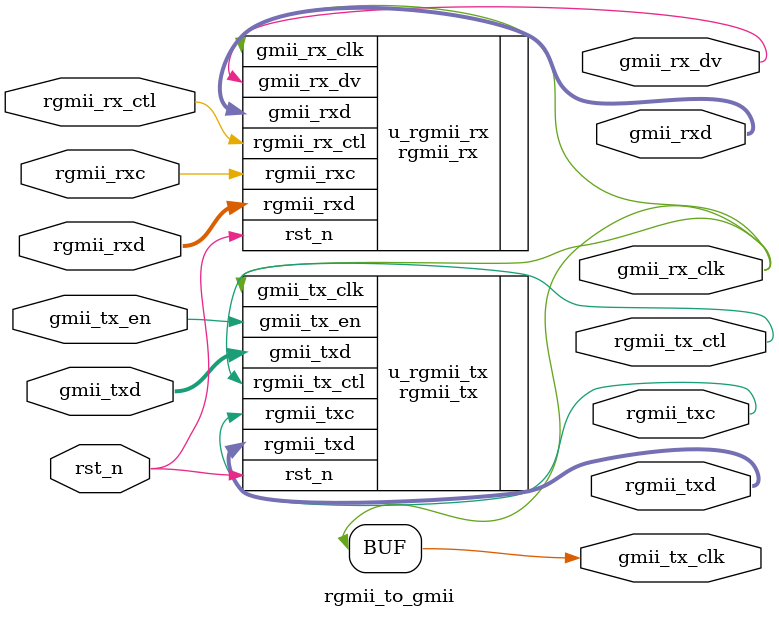
<source format=v>
module rgmii_to_gmii #(
    parameter   IDELAY_VALUE = 0  //ÊäÈëÊý¾ÝIOÑÓÊ±(Èç¹ûÎªn,±íÊ¾ÑÓÊ±n*78+600ps) 
)(
    input               rst_n           ,//Òì²½¸´Î»ÐÅºÅ£¬µÍµçÆ½ÓÐÐ§£»
    //ÒÔÌ«ÍøGMII½Ó¿Ú
    output              gmii_rx_clk     ,//GMII½ÓÊÕÊ±ÖÓ
    output              gmii_rx_dv      ,//GMII½ÓÊÕÊý¾ÝÓÐÐ§ÐÅºÅ
    output      [7:0]   gmii_rxd        ,//GMII½ÓÊÕÊý¾Ý
    output              gmii_tx_clk     ,//GMII·¢ËÍÊ±ÖÓ
    input               gmii_tx_en      ,//GMII·¢ËÍÊý¾ÝÊ¹ÄÜÐÅºÅ
    input       [7:0]   gmii_txd        ,//GMII·¢ËÍÊý¾Ý            
    //ÒÔÌ«ÍøRGMII½Ó¿Ú   
    input               rgmii_rxc       ,//RGMII½ÓÊÕÊ±ÖÓ
    input               rgmii_rx_ctl    ,//RGMII½ÓÊÕÊý¾Ý¿ØÖÆÐÅºÅ
    input       [3:0]   rgmii_rxd       ,//RGMII½ÓÊÕÊý¾Ý
    output              rgmii_txc       ,//RGMII·¢ËÍÊ±ÖÓ    
    output              rgmii_tx_ctl    ,//RGMII·¢ËÍÊý¾Ý¿ØÖÆÐÅºÅ
    output      [3:0]   rgmii_txd        //RGMII·¢ËÍÊý¾Ý          
);
    assign gmii_tx_clk = gmii_rx_clk;

    //Àý»¯RGMII½ÓÊÕÄ£¿é
    rgmii_rx #(
        .IDELAY_VALUE  ( IDELAY_VALUE   )
    )
    u_rgmii_rx(
        .rst_n          ( rst_n         ),
        .gmii_rx_clk    ( gmii_rx_clk   ),
        .rgmii_rxc      ( rgmii_rxc     ),
        .rgmii_rx_ctl   ( rgmii_rx_ctl  ),
        .rgmii_rxd      ( rgmii_rxd     ),
        .gmii_rx_dv     ( gmii_rx_dv    ),
        .gmii_rxd       ( gmii_rxd      )
    );

    //Àý»¯RGMII·¢ËÍÄ£¿é
    rgmii_tx u_rgmii_tx(
        .gmii_tx_clk   ( gmii_tx_clk    ),
        .rst_n         ( rst_n          ),
        .gmii_tx_en    ( gmii_tx_en     ),
        .gmii_txd      ( gmii_txd       ),
        .rgmii_txc     ( rgmii_txc      ),
        .rgmii_tx_ctl  ( rgmii_tx_ctl   ),
        .rgmii_txd     ( rgmii_txd      )
    );

endmodule
</source>
